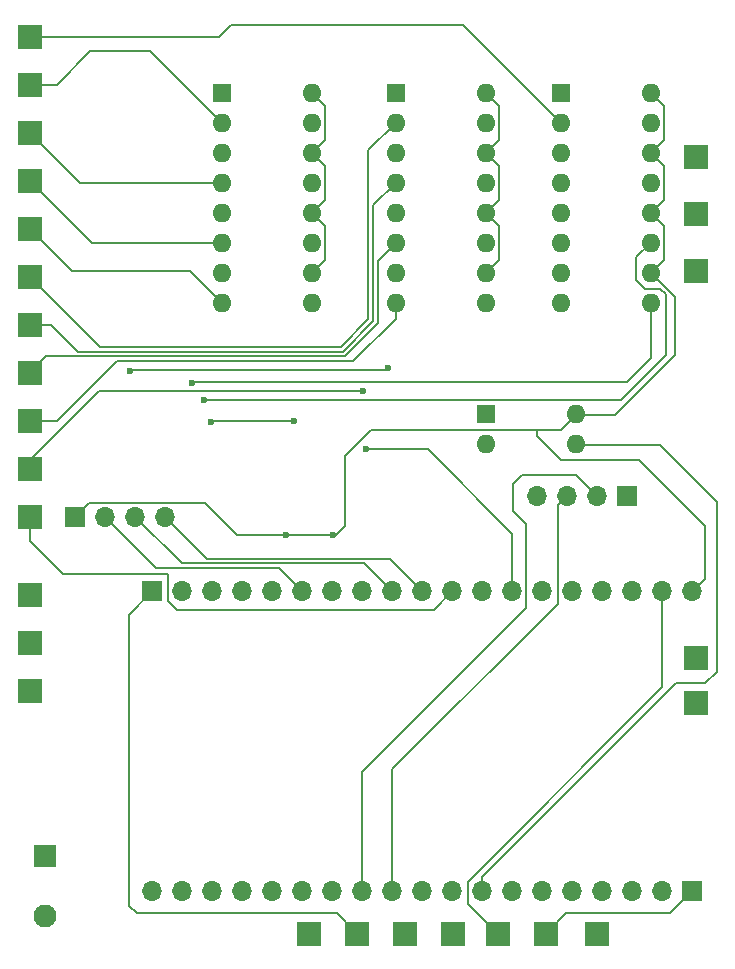
<source format=gbr>
%TF.GenerationSoftware,KiCad,Pcbnew,8.0.9-8.0.9-0~ubuntu22.04.1*%
%TF.CreationDate,2025-03-06T09:29:29+01:00*%
%TF.ProjectId,BrakeOutBoard,4272616b-654f-4757-9442-6f6172642e6b,rev?*%
%TF.SameCoordinates,Original*%
%TF.FileFunction,Legend,Bot*%
%TF.FilePolarity,Positive*%
%FSLAX46Y46*%
G04 Gerber Fmt 4.6, Leading zero omitted, Abs format (unit mm)*
G04 Created by KiCad (PCBNEW 8.0.9-8.0.9-0~ubuntu22.04.1) date 2025-03-06 09:29:29*
%MOMM*%
%LPD*%
G01*
G04 APERTURE LIST*
G04 Aperture macros list*
%AMRoundRect*
0 Rectangle with rounded corners*
0 $1 Rounding radius*
0 $2 $3 $4 $5 $6 $7 $8 $9 X,Y pos of 4 corners*
0 Add a 4 corners polygon primitive as box body*
4,1,4,$2,$3,$4,$5,$6,$7,$8,$9,$2,$3,0*
0 Add four circle primitives for the rounded corners*
1,1,$1+$1,$2,$3*
1,1,$1+$1,$4,$5*
1,1,$1+$1,$6,$7*
1,1,$1+$1,$8,$9*
0 Add four rect primitives between the rounded corners*
20,1,$1+$1,$2,$3,$4,$5,0*
20,1,$1+$1,$4,$5,$6,$7,0*
20,1,$1+$1,$6,$7,$8,$9,0*
20,1,$1+$1,$8,$9,$2,$3,0*%
G04 Aperture macros list end*
%TA.AperFunction,ComponentPad*%
%ADD10R,1.600000X1.600000*%
%TD*%
%TA.AperFunction,ComponentPad*%
%ADD11O,1.600000X1.600000*%
%TD*%
%TA.AperFunction,ComponentPad*%
%ADD12RoundRect,0.250001X0.799999X-0.799999X0.799999X0.799999X-0.799999X0.799999X-0.799999X-0.799999X0*%
%TD*%
%TA.AperFunction,ComponentPad*%
%ADD13RoundRect,0.250001X0.799999X0.799999X-0.799999X0.799999X-0.799999X-0.799999X0.799999X-0.799999X0*%
%TD*%
%TA.AperFunction,ComponentPad*%
%ADD14R,1.950000X1.950000*%
%TD*%
%TA.AperFunction,ComponentPad*%
%ADD15C,1.950000*%
%TD*%
%TA.AperFunction,ComponentPad*%
%ADD16RoundRect,0.250001X-0.799999X-0.799999X0.799999X-0.799999X0.799999X0.799999X-0.799999X0.799999X0*%
%TD*%
%TA.AperFunction,ComponentPad*%
%ADD17RoundRect,0.250001X-0.799999X0.799999X-0.799999X-0.799999X0.799999X-0.799999X0.799999X0.799999X0*%
%TD*%
%TA.AperFunction,ComponentPad*%
%ADD18R,1.700000X1.700000*%
%TD*%
%TA.AperFunction,ComponentPad*%
%ADD19O,1.700000X1.700000*%
%TD*%
%TA.AperFunction,ViaPad*%
%ADD20C,0.600000*%
%TD*%
%TA.AperFunction,Conductor*%
%ADD21C,0.200000*%
%TD*%
G04 APERTURE END LIST*
D10*
%TO.P,U1,1*%
%TO.N,Net-(R7-Pad5)*%
X158305600Y-81603200D03*
D11*
%TO.P,U1,2*%
%TO.N,/Optocopler/BrakePads*%
X158305600Y-84143200D03*
%TO.P,U1,3*%
%TO.N,Net-(R7-Pad6)*%
X158305600Y-86683200D03*
%TO.P,U1,4*%
%TO.N,/Optocopler/MotorCap*%
X158305600Y-89223200D03*
%TO.P,U1,5*%
%TO.N,Net-(R7-Pad7)*%
X158305600Y-91763200D03*
%TO.P,U1,6*%
%TO.N,/Optocopler/WhiperWater*%
X158305600Y-94303200D03*
%TO.P,U1,7*%
%TO.N,Net-(R7-Pad8)*%
X158305600Y-96843200D03*
%TO.P,U1,8*%
%TO.N,Net-(BF_1-Pin_1)*%
X158305600Y-99383200D03*
%TO.P,U1,9*%
%TO.N,PortExpander GPA2*%
X165925600Y-99383200D03*
%TO.P,U1,10*%
%TO.N,3\u002C3 V from ESP*%
X165925600Y-96843200D03*
%TO.P,U1,11*%
%TO.N,PortExpander GPA3*%
X165925600Y-94303200D03*
%TO.P,U1,12*%
%TO.N,3\u002C3 V from ESP*%
X165925600Y-91763200D03*
%TO.P,U1,13*%
%TO.N,PortExpander GPA1*%
X165925600Y-89223200D03*
%TO.P,U1,14*%
%TO.N,3\u002C3 V from ESP*%
X165925600Y-86683200D03*
%TO.P,U1,15*%
%TO.N,PortExpander GPA0*%
X165925600Y-84143200D03*
%TO.P,U1,16*%
%TO.N,3\u002C3 V from ESP*%
X165925600Y-81603200D03*
%TD*%
D12*
%TO.P,BF_1,1,Pin_1*%
%TO.N,Net-(BF_1-Pin_1)*%
X127317600Y-109375200D03*
%TD*%
D13*
%TO.P,GND_1,1,Pin_1*%
%TO.N,GND*%
X171005600Y-152809200D03*
%TD*%
D14*
%TO.P,USB_OUT_1,1,1*%
%TO.N,/Latch_Circuit/12 V out*%
X128562600Y-146209700D03*
D15*
%TO.P,USB_OUT_1,2,2*%
%TO.N,GND*%
X128562600Y-151289700D03*
%TD*%
D12*
%TO.P,MC_1,1,Pin_1*%
%TO.N,/Optocopler/MotorCap*%
X127317600Y-101247200D03*
%TD*%
D16*
%TO.P,TFT_DC_1,1,Pin_1*%
%TO.N,Net-(J20-Pin_15)*%
X150939600Y-152809200D03*
%TD*%
%TO.P,CS_1,1,Pin_1*%
%TO.N,Net-(CS_1-Pin_1)*%
X159067600Y-152809200D03*
%TD*%
D17*
%TO.P,MEM_1,1,Pin_1*%
%TO.N,/Optocopler/MemoryButton*%
X183705600Y-91849200D03*
%TD*%
D18*
%TO.P,J20,1,Pin_1*%
%TO.N,GND*%
X183411800Y-149227800D03*
D19*
%TO.P,J20,2,Pin_2*%
%TO.N,Net-(J20-Pin_2)*%
X180871800Y-149227800D03*
%TO.P,J20,3,Pin_3*%
%TO.N,CAN Modul CTX*%
X178331800Y-149227800D03*
%TO.P,J20,4,Pin_4*%
%TO.N,unconnected-(J20-Pin_4-Pad4)*%
X175791800Y-149227800D03*
%TO.P,J20,5,Pin_5*%
%TO.N,unconnected-(J20-Pin_5-Pad5)*%
X173251800Y-149227800D03*
%TO.P,J20,6,Pin_6*%
%TO.N,CAN Modul RTX*%
X170711800Y-149227800D03*
%TO.P,J20,7,Pin_7*%
%TO.N,GND*%
X168171800Y-149227800D03*
%TO.P,J20,8,Pin_8*%
%TO.N,GPIO 19 (PIN 31)*%
X165631800Y-149227800D03*
%TO.P,J20,9,Pin_9*%
%TO.N,Net-(J20-Pin_9)*%
X163091800Y-149227800D03*
%TO.P,J20,10,Pin_10*%
%TO.N,Net-(CS_1-Pin_1)*%
X160551800Y-149227800D03*
%TO.P,J20,11,Pin_11*%
%TO.N,GPIO 17 (PIN 28)*%
X158011800Y-149227800D03*
%TO.P,J20,12,Pin_12*%
%TO.N,GPIO 16 (PIN 27)*%
X155471800Y-149227800D03*
%TO.P,J20,13,Pin_13*%
%TO.N,GPIO 4 (PIN 26)*%
X152931800Y-149227800D03*
%TO.P,J20,14,Pin_14*%
%TO.N,GPIO 0 (PIN 25)*%
X150391800Y-149227800D03*
%TO.P,J20,15,Pin_15*%
%TO.N,Net-(J20-Pin_15)*%
X147851800Y-149227800D03*
%TO.P,J20,16,Pin_16*%
%TO.N,unconnected-(J20-Pin_16-Pad16)*%
X145311800Y-149227800D03*
%TO.P,J20,17,Pin_17*%
%TO.N,unconnected-(J20-Pin_17-Pad17)*%
X142771800Y-149227800D03*
%TO.P,J20,18,Pin_18*%
%TO.N,unconnected-(J20-Pin_18-Pad18)*%
X140231800Y-149227800D03*
%TO.P,J20,19,Pin_19*%
%TO.N,unconnected-(J20-Pin_19-Pad19)*%
X137691800Y-149227800D03*
%TD*%
D16*
%TO.P,5V_1,1,Pin_1*%
%TO.N,Net-(5V_1-Pin_1)*%
X155003600Y-152809200D03*
%TD*%
D12*
%TO.P,WW_1,1,Pin_1*%
%TO.N,/Optocopler/WhiperWater*%
X127317600Y-105311200D03*
%TD*%
D18*
%TO.P,J5,1,Pin_1*%
%TO.N,Net-(5V_1-Pin_1)*%
X137691800Y-123827800D03*
D19*
%TO.P,J5,2,Pin_2*%
%TO.N,unconnected-(J5-Pin_2-Pad2)*%
X140231800Y-123827800D03*
%TO.P,J5,3,Pin_3*%
%TO.N,unconnected-(J5-Pin_3-Pad3)*%
X142771800Y-123827800D03*
%TO.P,J5,4,Pin_4*%
%TO.N,unconnected-(J5-Pin_4-Pad4)*%
X145311800Y-123827800D03*
%TO.P,J5,5,Pin_5*%
%TO.N,GPIO 13 (PIN 15)*%
X147851800Y-123827800D03*
%TO.P,J5,6,Pin_6*%
%TO.N,GND*%
X150391800Y-123827800D03*
%TO.P,J5,7,Pin_7*%
%TO.N,StayOn*%
X152931800Y-123827800D03*
%TO.P,J5,8,Pin_8*%
%TO.N,GPIO 14 (PIN 12)*%
X155471800Y-123827800D03*
%TO.P,J5,9,Pin_9*%
%TO.N,GPIO 27 (PIN 11)*%
X158011800Y-123827800D03*
%TO.P,J5,10,Pin_10*%
%TO.N,GPIO 26 (PIN 10)*%
X160551800Y-123827800D03*
%TO.P,J5,11,Pin_11*%
%TO.N,Net-(J5-Pin_11)*%
X163091800Y-123827800D03*
%TO.P,J5,12,Pin_12*%
%TO.N,GPIO 33 (PIN 8)*%
X165631800Y-123827800D03*
%TO.P,J5,13,Pin_13*%
%TO.N,GPIO 32 (PIN 7)*%
X168171800Y-123827800D03*
%TO.P,J5,14,Pin_14*%
%TO.N,GPIO 35 (PIN 6)*%
X170711800Y-123827800D03*
%TO.P,J5,15,Pin_15*%
%TO.N,GPIO 34 (PIN 5)*%
X173251800Y-123827800D03*
%TO.P,J5,16,Pin_16*%
%TO.N,VoltMeasurement*%
X175791800Y-123827800D03*
%TO.P,J5,17,Pin_17*%
%TO.N,unconnected-(J5-Pin_17-Pad17)*%
X178331800Y-123827800D03*
%TO.P,J5,18,Pin_18*%
%TO.N,Net-(J5-Pin_18)*%
X180871800Y-123827800D03*
%TO.P,J5,19,Pin_19*%
%TO.N,3\u002C3 V from ESP*%
X183411800Y-123827800D03*
%TD*%
D12*
%TO.P,K30,1,Pin_1*%
%TO.N,/Latch_Circuit/K30*%
X127317600Y-132235200D03*
%TD*%
%TO.P,K31,1,Pin_1*%
%TO.N,GND*%
X127317600Y-124107200D03*
%TD*%
%TO.P,SD_1,1,Pin_1*%
%TO.N,/Optocopler/SlidingDoor*%
X127317600Y-84991200D03*
%TD*%
D18*
%TO.P,GPS_1,1,Pin_1*%
%TO.N,3\u002C3 V from ESP*%
X177863600Y-115725200D03*
D19*
%TO.P,GPS_1,2,Pin_2*%
%TO.N,GPIO 16 (PIN 27)*%
X175323600Y-115725200D03*
%TO.P,GPS_1,3,Pin_3*%
%TO.N,GPIO 17 (PIN 28)*%
X172783600Y-115725200D03*
%TO.P,GPS_1,4,Pin_4*%
%TO.N,GND*%
X170243600Y-115725200D03*
%TD*%
D17*
%TO.P,MODE_1,1,Pin_1*%
%TO.N,/Optocopler/ModeButton*%
X183705600Y-87023200D03*
%TD*%
D10*
%TO.P,U4,1*%
%TO.N,Net-(R11-Pad5)*%
X172273100Y-81603200D03*
D11*
%TO.P,U4,2*%
%TO.N,/Optocopler/Trunk*%
X172273100Y-84143200D03*
%TO.P,U4,3*%
%TO.N,Net-(R11-Pad6)*%
X172273100Y-86683200D03*
%TO.P,U4,4*%
%TO.N,/Optocopler/ModeButton*%
X172273100Y-89223200D03*
%TO.P,U4,5*%
%TO.N,Net-(R11-Pad7)*%
X172273100Y-91763200D03*
%TO.P,U4,6*%
%TO.N,/Optocopler/MemoryButton*%
X172273100Y-94303200D03*
%TO.P,U4,7*%
%TO.N,Net-(R11-Pad8)*%
X172273100Y-96843200D03*
%TO.P,U4,8*%
%TO.N,/Optocopler/ResetButton*%
X172273100Y-99383200D03*
%TO.P,U4,9*%
%TO.N,PortExpander GPB5*%
X179893100Y-99383200D03*
%TO.P,U4,10*%
%TO.N,3\u002C3 V from ESP*%
X179893100Y-96843200D03*
%TO.P,U4,11*%
%TO.N,PortExpander GPB4*%
X179893100Y-94303200D03*
%TO.P,U4,12*%
%TO.N,3\u002C3 V from ESP*%
X179893100Y-91763200D03*
%TO.P,U4,13*%
%TO.N,PortExpander GPB3*%
X179893100Y-89223200D03*
%TO.P,U4,14*%
%TO.N,3\u002C3 V from ESP*%
X179893100Y-86683200D03*
%TO.P,U4,15*%
%TO.N,PortExpander GPB2*%
X179893100Y-84143200D03*
%TO.P,U4,16*%
%TO.N,3\u002C3 V from ESP*%
X179893100Y-81603200D03*
%TD*%
D17*
%TO.P,CAN_L_1,1,Pin_1*%
%TO.N,/CAN Modul/CAN_L*%
X183705600Y-133251200D03*
%TD*%
D10*
%TO.P,U2,1*%
%TO.N,Net-(R301-Pad8)*%
X143573600Y-81603200D03*
D11*
%TO.P,U2,2*%
%TO.N,/Optocopler/DoorRight*%
X143573600Y-84143200D03*
%TO.P,U2,3*%
%TO.N,Net-(R301-Pad7)*%
X143573600Y-86683200D03*
%TO.P,U2,4*%
%TO.N,/Optocopler/SlidingDoor*%
X143573600Y-89223200D03*
%TO.P,U2,5*%
%TO.N,Net-(R301-Pad6)*%
X143573600Y-91763200D03*
%TO.P,U2,6*%
%TO.N,/Optocopler/OilPresure*%
X143573600Y-94303200D03*
%TO.P,U2,7*%
%TO.N,Net-(R301-Pad5)*%
X143573600Y-96843200D03*
%TO.P,U2,8*%
%TO.N,/Optocopler/Coolant*%
X143573600Y-99383200D03*
%TO.P,U2,9*%
%TO.N,PortExpander GPB1*%
X151193600Y-99383200D03*
%TO.P,U2,10*%
%TO.N,3\u002C3 V from ESP*%
X151193600Y-96843200D03*
%TO.P,U2,11*%
%TO.N,PortExpander GPB0*%
X151193600Y-94303200D03*
%TO.P,U2,12*%
%TO.N,3\u002C3 V from ESP*%
X151193600Y-91763200D03*
%TO.P,U2,13*%
%TO.N,PortExpander GPA5*%
X151193600Y-89223200D03*
%TO.P,U2,14*%
%TO.N,3\u002C3 V from ESP*%
X151193600Y-86683200D03*
%TO.P,U2,15*%
%TO.N,PortExpander GPA4*%
X151193600Y-84143200D03*
%TO.P,U2,16*%
%TO.N,3\u002C3 V from ESP*%
X151193600Y-81603200D03*
%TD*%
D12*
%TO.P,OP_1,1,Pin_1*%
%TO.N,/Optocopler/OilPresure*%
X127317600Y-89055200D03*
%TD*%
D16*
%TO.P,SLK_1,1,Pin_1*%
%TO.N,Net-(J20-Pin_9)*%
X163131600Y-152809200D03*
%TD*%
D18*
%TO.P,BME_280,1,Pin_1*%
%TO.N,3\u002C3 V from ESP*%
X131127600Y-117503200D03*
D19*
%TO.P,BME_280,2,Pin_2*%
%TO.N,GND*%
X133667600Y-117503200D03*
%TO.P,BME_280,3,Pin_3*%
%TO.N,GPIO 27 (PIN 11)*%
X136207600Y-117503200D03*
%TO.P,BME_280,4,Pin_4*%
%TO.N,GPIO 26 (PIN 10)*%
X138747600Y-117503200D03*
%TD*%
D12*
%TO.P,K15,1,Pin_1*%
%TO.N,K15*%
X127317600Y-128171200D03*
%TD*%
D17*
%TO.P,CAN_H_1,1,Pin_1*%
%TO.N,/CAN Modul/CAN_H*%
X183705600Y-129441200D03*
%TD*%
D12*
%TO.P,RD_1,1,Pin_1*%
%TO.N,/Optocopler/DoorRight*%
X127317600Y-80927200D03*
%TD*%
D10*
%TO.P,U3,1*%
%TO.N,Net-(R12-Pad2)*%
X165935600Y-108862200D03*
D11*
%TO.P,U3,2*%
%TO.N,GND*%
X165935600Y-111402200D03*
%TO.P,U3,3*%
%TO.N,GPIO 19 (PIN 31)*%
X173555600Y-111402200D03*
%TO.P,U3,4*%
%TO.N,3\u002C3 V from ESP*%
X173555600Y-108862200D03*
%TD*%
D12*
%TO.P,BP_1,1,Pin_1*%
%TO.N,/Optocopler/BrakePads*%
X127317600Y-97183200D03*
%TD*%
%TO.P,OL_LED_1,1,Pin_1*%
%TO.N,Net-(J5-Pin_11)*%
X127317600Y-117503200D03*
%TD*%
D13*
%TO.P,RST_1,1,Pin_1*%
%TO.N,Net-(J5-Pin_18)*%
X166941600Y-152809200D03*
%TD*%
D12*
%TO.P,OS_1,1,Pin_1*%
%TO.N,Net-(OS_1-Pin_1)*%
X127317600Y-113439200D03*
%TD*%
%TO.P,Cool_1,1,Pin_1*%
%TO.N,/Optocopler/Coolant*%
X127317600Y-93119200D03*
%TD*%
D16*
%TO.P,MOSi_1,1,Pin_1*%
%TO.N,Net-(J20-Pin_2)*%
X175323600Y-152809200D03*
%TD*%
D17*
%TO.P,RESET_1,1,Pin_1*%
%TO.N,/Optocopler/ResetButton*%
X183705600Y-96675200D03*
%TD*%
%TO.P,TR_1,1,Pin_1*%
%TO.N,/Optocopler/Trunk*%
X127317600Y-76863200D03*
%TD*%
D20*
%TO.N,K15*%
X135788800Y-105146400D03*
X157647600Y-104953200D03*
%TO.N,GPIO 32 (PIN 7)*%
X155765600Y-111828000D03*
%TO.N,3\u002C3 V from ESP*%
X149019600Y-119027200D03*
X152971600Y-119027200D03*
%TO.N,PortExpander GPB4*%
X142049600Y-107597200D03*
%TO.N,PortExpander GPB3*%
X149669600Y-109375200D03*
X142649600Y-109467200D03*
%TO.N,PortExpander GPB5*%
X141033600Y-106235200D03*
%TO.N,Net-(OS_1-Pin_1)*%
X155511600Y-106835200D03*
%TD*%
D21*
%TO.N,GND*%
X138023600Y-121859200D02*
X148423200Y-121859200D01*
X133667600Y-117503200D02*
X138023600Y-121859200D01*
X181536400Y-151103200D02*
X172711600Y-151103200D01*
X183411800Y-149227800D02*
X181536400Y-151103200D01*
X148423200Y-121859200D02*
X150391800Y-123827800D01*
X172711600Y-151103200D02*
X171005600Y-152809200D01*
%TO.N,K15*%
X157543600Y-105057200D02*
X157647600Y-104953200D01*
X135788800Y-105146400D02*
X135878000Y-105057200D01*
X135878000Y-105057200D02*
X157543600Y-105057200D01*
%TO.N,GPIO 32 (PIN 7)*%
X168171800Y-123827800D02*
X168171800Y-118987400D01*
X168171800Y-118987400D02*
X161012400Y-111828000D01*
X161012400Y-111828000D02*
X155765600Y-111828000D01*
%TO.N,GPIO 27 (PIN 11)*%
X155643200Y-121459200D02*
X158011800Y-123827800D01*
X140163600Y-121459200D02*
X155643200Y-121459200D01*
X136207600Y-117503200D02*
X140163600Y-121459200D01*
%TO.N,3\u002C3 V from ESP*%
X179893100Y-91763200D02*
X180993100Y-92863200D01*
X152293600Y-90663200D02*
X151193600Y-91763200D01*
X151193600Y-86683200D02*
X152293600Y-87783200D01*
X152293600Y-95743200D02*
X151193600Y-96843200D01*
X172280600Y-110137200D02*
X156187071Y-110137200D01*
X152293600Y-87783200D02*
X152293600Y-90663200D01*
X156187071Y-110137200D02*
X153987600Y-112336671D01*
X179893100Y-81603200D02*
X180993100Y-82703200D01*
X180993100Y-85583200D02*
X179893100Y-86683200D01*
X180993100Y-92863200D02*
X180993100Y-95743200D01*
X178879600Y-112677200D02*
X172275600Y-112677200D01*
X179893100Y-86683200D02*
X180993100Y-87783200D01*
X181927600Y-103787200D02*
X176847600Y-108867200D01*
X153225600Y-119027200D02*
X149019600Y-119027200D01*
X170243600Y-110645200D02*
X170243600Y-110137200D01*
X165925600Y-86683200D02*
X167025600Y-87783200D01*
X165925600Y-91763200D02*
X167025600Y-92863200D01*
X151193600Y-81603200D02*
X152293600Y-82703200D01*
X131127600Y-117503200D02*
X132277600Y-116353200D01*
X153987600Y-112336671D02*
X153987600Y-118265200D01*
X142169600Y-116353200D02*
X144843600Y-119027200D01*
X152293600Y-82703200D02*
X152293600Y-85583200D01*
X165925600Y-81603200D02*
X167025600Y-82703200D01*
X132277600Y-116353200D02*
X142169600Y-116353200D01*
X167025600Y-90663200D02*
X165925600Y-91763200D01*
X144843600Y-119027200D02*
X149019600Y-119027200D01*
X184467600Y-122772000D02*
X184467600Y-118265200D01*
X172275600Y-112677200D02*
X170243600Y-110645200D01*
X167025600Y-87783200D02*
X167025600Y-90663200D01*
X184467600Y-118265200D02*
X178879600Y-112677200D01*
X180993100Y-95743200D02*
X179893100Y-96843200D01*
X153987600Y-118265200D02*
X153225600Y-119027200D01*
X176847600Y-108867200D02*
X173550600Y-108867200D01*
X151193600Y-91763200D02*
X152293600Y-92863200D01*
X167025600Y-82703200D02*
X167025600Y-85583200D01*
X152293600Y-92863200D02*
X152293600Y-95743200D01*
X152293600Y-85583200D02*
X151193600Y-86683200D01*
X179893100Y-96843200D02*
X181927600Y-98877700D01*
X167025600Y-95743200D02*
X165925600Y-96843200D01*
X180993100Y-90663200D02*
X179893100Y-91763200D01*
X183411800Y-123827800D02*
X184467600Y-122772000D01*
X180993100Y-82703200D02*
X180993100Y-85583200D01*
X167025600Y-85583200D02*
X165925600Y-86683200D01*
X172280600Y-110137200D02*
X173555600Y-108862200D01*
X180993100Y-87783200D02*
X180993100Y-90663200D01*
X167025600Y-92863200D02*
X167025600Y-95743200D01*
X173550600Y-108867200D02*
X172280600Y-110137200D01*
X181927600Y-98877700D02*
X181927600Y-103787200D01*
%TO.N,GPIO 26 (PIN 10)*%
X142303600Y-121059200D02*
X157783200Y-121059200D01*
X138747600Y-117503200D02*
X142303600Y-121059200D01*
X157783200Y-121059200D02*
X160551800Y-123827800D01*
%TO.N,/Optocopler/Coolant*%
X130873600Y-96675200D02*
X140865600Y-96675200D01*
X127317600Y-93119200D02*
X130873600Y-96675200D01*
X140865600Y-96675200D02*
X143573600Y-99383200D01*
%TO.N,/Optocopler/MotorCap*%
X153791285Y-103533200D02*
X131381600Y-103533200D01*
X131381600Y-103533200D02*
X129095600Y-101247200D01*
X129095600Y-101247200D02*
X127317600Y-101247200D01*
X156382000Y-91146800D02*
X156382000Y-100942485D01*
X158305600Y-89223200D02*
X156382000Y-91146800D01*
X156382000Y-100942485D02*
X153791285Y-103533200D01*
%TO.N,/Optocopler/WhiperWater*%
X156782000Y-95826800D02*
X158305600Y-94303200D01*
X153956971Y-103933200D02*
X156782000Y-101108171D01*
X156782000Y-101108171D02*
X156782000Y-95826800D01*
X127317600Y-105311200D02*
X128695600Y-103933200D01*
X128695600Y-103933200D02*
X153956971Y-103933200D01*
%TO.N,/Optocopler/BrakePads*%
X155982000Y-100776799D02*
X155982000Y-86466800D01*
X133267600Y-103133200D02*
X153625599Y-103133200D01*
X153625599Y-103133200D02*
X155982000Y-100776799D01*
X127317600Y-97183200D02*
X133267600Y-103133200D01*
X155982000Y-86466800D02*
X158305600Y-84143200D01*
%TO.N,/Optocopler/OilPresure*%
X127317600Y-89055200D02*
X132565600Y-94303200D01*
X132565600Y-94303200D02*
X143573600Y-94303200D01*
%TO.N,/Optocopler/SlidingDoor*%
X143573600Y-89223200D02*
X131549600Y-89223200D01*
X131549600Y-89223200D02*
X127317600Y-84991200D01*
%TO.N,GPIO 16 (PIN 27)*%
X173545600Y-113947200D02*
X168973600Y-113947200D01*
X168211600Y-114709200D02*
X168211600Y-116995200D01*
X169321800Y-125283000D02*
X155471800Y-139133000D01*
X155471800Y-139133000D02*
X155471800Y-149227800D01*
X168973600Y-113947200D02*
X168211600Y-114709200D01*
X169321800Y-118105400D02*
X169321800Y-125283000D01*
X175323600Y-115725200D02*
X173545600Y-113947200D01*
X168211600Y-116995200D02*
X169321800Y-118105400D01*
%TO.N,GPIO 17 (PIN 28)*%
X172783600Y-115725200D02*
X172021600Y-116487200D01*
X158011800Y-138879000D02*
X158011800Y-149227800D01*
X172021600Y-116487200D02*
X172021600Y-124869200D01*
X172021600Y-124869200D02*
X158011800Y-138879000D01*
%TO.N,/Optocopler/Trunk*%
X127317600Y-76863200D02*
X143319600Y-76863200D01*
X163977100Y-75847200D02*
X172273100Y-84143200D01*
X144335600Y-75847200D02*
X163977100Y-75847200D01*
X143319600Y-76863200D02*
X144335600Y-75847200D01*
%TO.N,GPIO 19 (PIN 31)*%
X185483600Y-130631200D02*
X185483600Y-116233200D01*
X184511600Y-131603200D02*
X185483600Y-130631200D01*
X182011600Y-131603200D02*
X184511600Y-131603200D01*
X185483600Y-116233200D02*
X180657600Y-111407200D01*
X165631800Y-147983000D02*
X182011600Y-131603200D01*
X180657600Y-111407200D02*
X173560600Y-111407200D01*
X165631800Y-149227800D02*
X165631800Y-147983000D01*
%TO.N,PortExpander GPB4*%
X179387600Y-98199200D02*
X178625600Y-97437200D01*
X181166000Y-98681786D02*
X180683414Y-98199200D01*
X178625600Y-97437200D02*
X178625600Y-95570700D01*
X177355600Y-107597200D02*
X181166000Y-103786800D01*
X181166000Y-103786800D02*
X181166000Y-98681786D01*
X142049600Y-107597200D02*
X177355600Y-107597200D01*
X178625600Y-95570700D02*
X179893100Y-94303200D01*
X180683414Y-98199200D02*
X179387600Y-98199200D01*
%TO.N,PortExpander GPB3*%
X149669600Y-109375200D02*
X142741600Y-109375200D01*
X142741600Y-109375200D02*
X142649600Y-109467200D01*
%TO.N,PortExpander GPB5*%
X141033600Y-106235200D02*
X141195600Y-106073200D01*
X179895600Y-103533200D02*
X179893100Y-103530700D01*
X177863600Y-106073200D02*
X179895600Y-104041200D01*
X141195600Y-106073200D02*
X177863600Y-106073200D01*
X179893100Y-103530700D02*
X179893100Y-99383200D01*
X179895600Y-104041200D02*
X179895600Y-103533200D01*
%TO.N,/Optocopler/DoorRight*%
X129603600Y-80927200D02*
X132440600Y-78090200D01*
X132440600Y-78090200D02*
X137520600Y-78090200D01*
X127317600Y-80927200D02*
X129603600Y-80927200D01*
X137520600Y-78090200D02*
X143573600Y-84143200D01*
%TO.N,Net-(5V_1-Pin_1)*%
X153297600Y-151103200D02*
X136353946Y-151103200D01*
X135699600Y-125820000D02*
X137691800Y-123827800D01*
X155003600Y-152809200D02*
X153297600Y-151103200D01*
X136353946Y-151103200D02*
X135699600Y-150448854D01*
X135699600Y-150448854D02*
X135699600Y-125820000D01*
%TO.N,Net-(BF_1-Pin_1)*%
X129641600Y-109375200D02*
X134683600Y-104333200D01*
X154710800Y-104333200D02*
X158305600Y-100738400D01*
X127317600Y-109375200D02*
X129641600Y-109375200D01*
X158305600Y-100738400D02*
X158305600Y-99383200D01*
X134683600Y-104333200D02*
X154710800Y-104333200D01*
%TO.N,Net-(J5-Pin_11)*%
X161542400Y-125377200D02*
X139763600Y-125377200D01*
X139001600Y-124615200D02*
X139001600Y-122329200D01*
X163091800Y-123827800D02*
X161542400Y-125377200D01*
X127317600Y-119535200D02*
X127317600Y-117503200D01*
X139763600Y-125377200D02*
X139001600Y-124615200D01*
X139001600Y-122329200D02*
X130111600Y-122329200D01*
X130111600Y-122329200D02*
X127317600Y-119535200D01*
%TO.N,Net-(J5-Pin_18)*%
X180871800Y-131963314D02*
X180871800Y-123827800D01*
X164401600Y-148433514D02*
X180871800Y-131963314D01*
X164401600Y-150269200D02*
X164401600Y-148433514D01*
X166941600Y-152809200D02*
X164401600Y-150269200D01*
%TO.N,Net-(OS_1-Pin_1)*%
X155511600Y-106835200D02*
X133159600Y-106835200D01*
X133159600Y-106835200D02*
X127317600Y-112677200D01*
%TD*%
M02*

</source>
